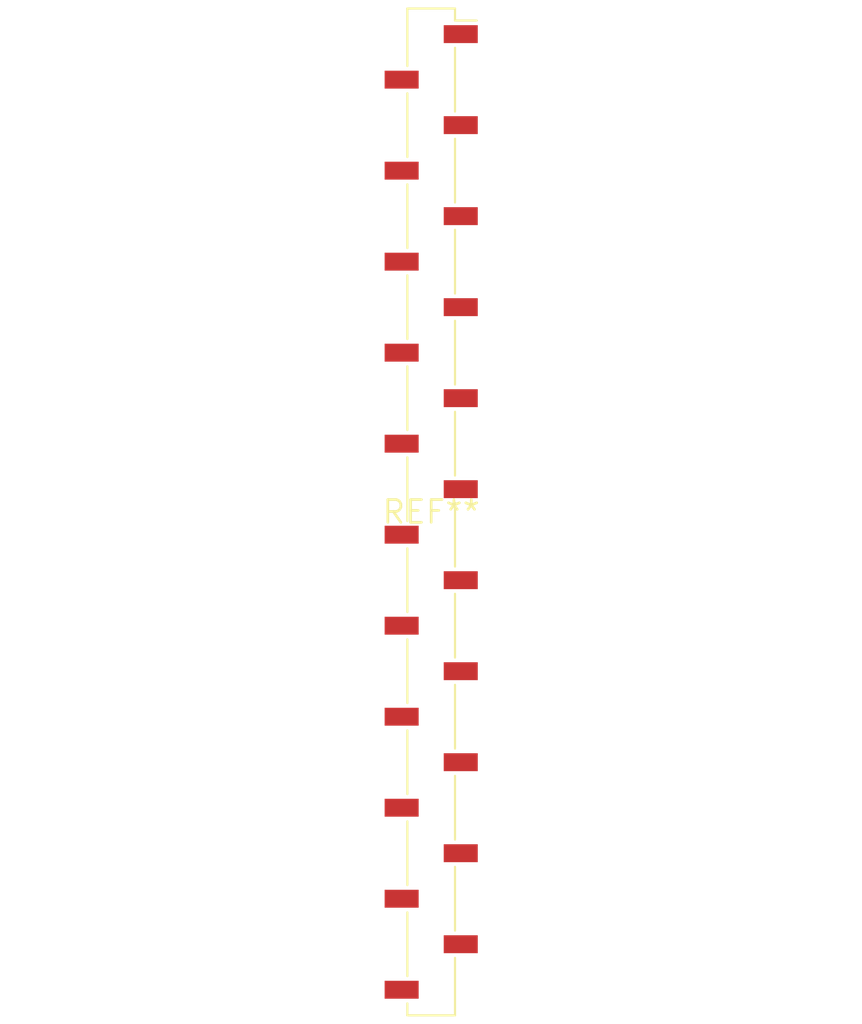
<source format=kicad_pcb>
(kicad_pcb (version 20240108) (generator pcbnew)
  (layers (0 "F.Cu" signal) (31 "B.Cu" signal) (34 "B.Paste" user) (35 "F.Paste" user) (36 "B.SilkS" user "B.Silkscreen") (37 "F.SilkS" user "F.Silkscreen") (38 "B.Mask" user) (39 "F.Mask" user) (44 "Edge.Cuts" user))
  (net 0 "")
  (footprint "PinSocket_1x22_P2.54mm_Vertical_SMD_Pin1Right" (layer "F.Cu") (at 0 0)
    (property "Reference" "REF**")
    (property "Value" "PinSocket_1x22_P2.54mm_Vertical_SMD_Pin1Right")
    (fp_line (start -1.33 -28.1) (end -1.33 -24.89) (layer "F.SilkS") (stroke (width 0.12)))
    (fp_line (start -1.33 -28.1) (end 1.33 -28.1) (layer "F.SilkS") (stroke (width 0.12)))
    (fp_line (start -1.33 -23.37) (end -1.33 -19.81) (layer "F.SilkS") (stroke (width 0.12)))
    (fp_line (start -1.33 -18.29) (end -1.33 -14.73) (layer "F.SilkS") (stroke (width 0.12)))
    (fp_line (start -1.33 -13.21) (end -1.33 -9.65) (layer "F.SilkS") (stroke (width 0.12)))
    (fp_line (start -1.33 -8.13) (end -1.33 -4.57) (layer "F.SilkS") (stroke (width 0.12)))
    (fp_line (start -1.33 -3.05) (end -1.33 0.51) (layer "F.SilkS") (stroke (width 0.12)))
    (fp_line (start -1.33 2.03) (end -1.33 5.59) (layer "F.SilkS") (stroke (width 0.12)))
    (fp_line (start -1.33 7.11) (end -1.33 10.67) (layer "F.SilkS") (stroke (width 0.12)))
    (fp_line (start -1.33 12.19) (end -1.33 15.75) (layer "F.SilkS") (stroke (width 0.12)))
    (fp_line (start -1.33 17.27) (end -1.33 20.83) (layer "F.SilkS") (stroke (width 0.12)))
    (fp_line (start -1.33 22.35) (end -1.33 25.91) (layer "F.SilkS") (stroke (width 0.12)))
    (fp_line (start -1.33 27.43) (end -1.33 28.1) (layer "F.SilkS") (stroke (width 0.12)))
    (fp_line (start -1.33 28.1) (end 1.33 28.1) (layer "F.SilkS") (stroke (width 0.12)))
    (fp_line (start 1.33 -28.1) (end 1.33 -27.43) (layer "F.SilkS") (stroke (width 0.12)))
    (fp_line (start 1.33 -27.43) (end 2.54 -27.43) (layer "F.SilkS") (stroke (width 0.12)))
    (fp_line (start 1.33 -25.91) (end 1.33 -22.35) (layer "F.SilkS") (stroke (width 0.12)))
    (fp_line (start 1.33 -20.83) (end 1.33 -17.27) (layer "F.SilkS") (stroke (width 0.12)))
    (fp_line (start 1.33 -15.75) (end 1.33 -12.19) (layer "F.SilkS") (stroke (width 0.12)))
    (fp_line (start 1.33 -10.67) (end 1.33 -7.11) (layer "F.SilkS") (stroke (width 0.12)))
    (fp_line (start 1.33 -5.59) (end 1.33 -2.03) (layer "F.SilkS") (stroke (width 0.12)))
    (fp_line (start 1.33 -0.51) (end 1.33 3.05) (layer "F.SilkS") (stroke (width 0.12)))
    (fp_line (start 1.33 4.57) (end 1.33 8.13) (layer "F.SilkS") (stroke (width 0.12)))
    (fp_line (start 1.33 9.65) (end 1.33 13.21) (layer "F.SilkS") (stroke (width 0.12)))
    (fp_line (start 1.33 14.73) (end 1.33 18.29) (layer "F.SilkS") (stroke (width 0.12)))
    (fp_line (start 1.33 19.81) (end 1.33 23.37) (layer "F.SilkS") (stroke (width 0.12)))
    (fp_line (start 1.33 24.89) (end 1.33 28.1) (layer "F.SilkS") (stroke (width 0.12)))
    (pad "1" smd rect (at 1.65 -26.67) (size 1.9 1) (layers "F.Cu" "F.Paste" "F.Mask"))
    (pad "2" smd rect (at -1.65 -24.13) (size 1.9 1) (layers "F.Cu" "F.Paste" "F.Mask"))
    (pad "3" smd rect (at 1.65 -21.59) (size 1.9 1) (layers "F.Cu" "F.Paste" "F.Mask"))
    (pad "4" smd rect (at -1.65 -19.05) (size 1.9 1) (layers "F.Cu" "F.Paste" "F.Mask"))
    (pad "5" smd rect (at 1.65 -16.51) (size 1.9 1) (layers "F.Cu" "F.Paste" "F.Mask"))
    (pad "6" smd rect (at -1.65 -13.97) (size 1.9 1) (layers "F.Cu" "F.Paste" "F.Mask"))
    (pad "7" smd rect (at 1.65 -11.43) (size 1.9 1) (layers "F.Cu" "F.Paste" "F.Mask"))
    (pad "8" smd rect (at -1.65 -8.89) (size 1.9 1) (layers "F.Cu" "F.Paste" "F.Mask"))
    (pad "9" smd rect (at 1.65 -6.35) (size 1.9 1) (layers "F.Cu" "F.Paste" "F.Mask"))
    (pad "10" smd rect (at -1.65 -3.81) (size 1.9 1) (layers "F.Cu" "F.Paste" "F.Mask"))
    (pad "11" smd rect (at 1.65 -1.27) (size 1.9 1) (layers "F.Cu" "F.Paste" "F.Mask"))
    (pad "12" smd rect (at -1.65 1.27) (size 1.9 1) (layers "F.Cu" "F.Paste" "F.Mask"))
    (pad "13" smd rect (at 1.65 3.81) (size 1.9 1) (layers "F.Cu" "F.Paste" "F.Mask"))
    (pad "14" smd rect (at -1.65 6.35) (size 1.9 1) (layers "F.Cu" "F.Paste" "F.Mask"))
    (pad "15" smd rect (at 1.65 8.89) (size 1.9 1) (layers "F.Cu" "F.Paste" "F.Mask"))
    (pad "16" smd rect (at -1.65 11.43) (size 1.9 1) (layers "F.Cu" "F.Paste" "F.Mask"))
    (pad "17" smd rect (at 1.65 13.97) (size 1.9 1) (layers "F.Cu" "F.Paste" "F.Mask"))
    (pad "18" smd rect (at -1.65 16.51) (size 1.9 1) (layers "F.Cu" "F.Paste" "F.Mask"))
    (pad "19" smd rect (at 1.65 19.05) (size 1.9 1) (layers "F.Cu" "F.Paste" "F.Mask"))
    (pad "20" smd rect (at -1.65 21.59) (size 1.9 1) (layers "F.Cu" "F.Paste" "F.Mask"))
    (pad "21" smd rect (at 1.65 24.13) (size 1.9 1) (layers "F.Cu" "F.Paste" "F.Mask"))
    (pad "22" smd rect (at -1.65 26.67) (size 1.9 1) (layers "F.Cu" "F.Paste" "F.Mask"))
  )
)
</source>
